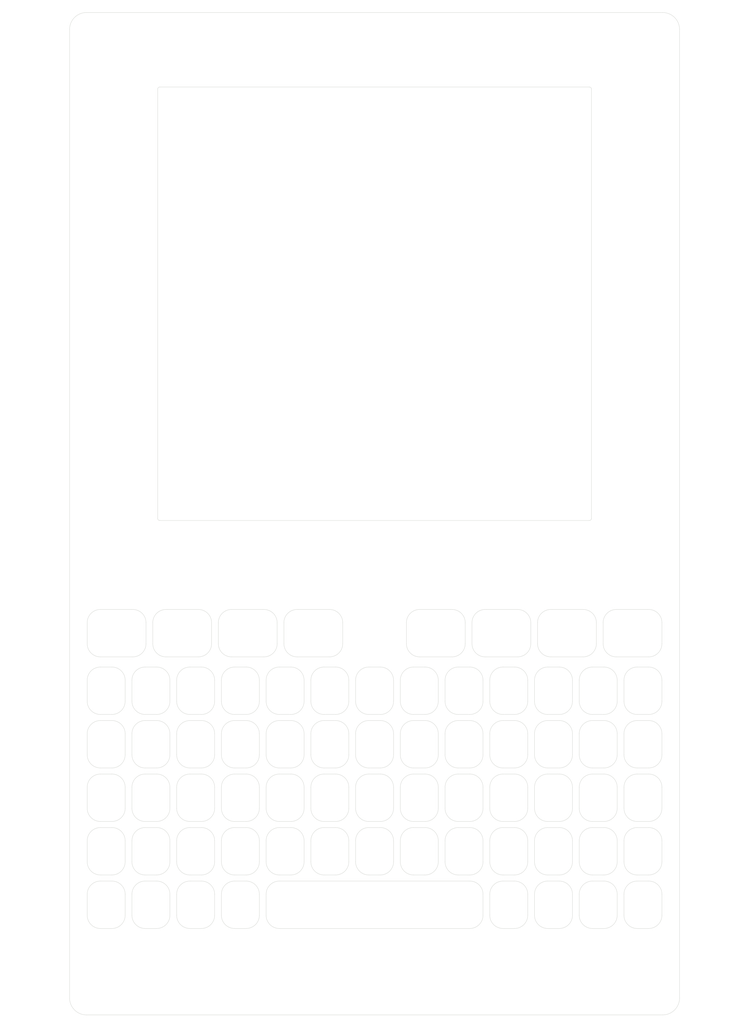
<source format=kicad_pcb>
(kicad_pcb (version 20241229) (generator "pcbnew") (generator_version "9.0")
  (title_block (title "WHY2025 Badge Frontpanel") (rev "1.0") (comment 1 "By: Jay9\nWHY2025 Team:Badge") (comment 5 "Licence: MIT"))
  (layers (0 "F.Cu" signal) (2 "B.Cu" signal) (13 "F.Paste" user) (15 "B.Paste" user) (5 "F.SilkS" user "F.Silkscreen") (7 "B.SilkS" user "B.Silkscreen") (1 "F.Mask" user) (3 "B.Mask" user) (25 "Edge.Cuts" user))
  (net 0 "")
  (footprint "MountingHole:MountingHole_2.7mm_M2.5_DIN965" (layer "F.Cu") (at 117 30)
    (property "Reference" "REF**" (hide yes))
    (property "Value" "MountingHole_2.7mm_M2.5_DIN965")
    (pad "" np_thru_hole circle (at 0 0) (size 2.7 2.7) (drill 2.7) (layers "*.Cu" "*.Mask"))
  )
  (footprint "MountingHole:MountingHole_2.7mm_M2.5_DIN965" (layer "F.Cu") (at 117 108)
    (property "Reference" "REF**" (hide yes))
    (property "Value" "MountingHole_2.7mm_M2.5_DIN965")
    (pad "" np_thru_hole circle (at 0 0) (size 2.7 2.7) (drill 2.7) (layers "*.Cu" "*.Mask"))
  )
  (footprint "MountingHole:MountingHole_2.7mm_M2.5_DIN965" (layer "F.Cu") (at 33 172)
    (property "Reference" "REF**" (hide yes))
    (property "Value" "MountingHole_2.7mm_M2.5_DIN965")
    (pad "" np_thru_hole circle (at 0 0) (size 2.7 2.7) (drill 2.7) (layers "*.Cu" "*.Mask"))
  )
  (footprint "W395HDC001-A:W395HDC001-A" (layer "F.Cu") (at 75 70)
    (property "Reference" "REF**" (hide yes))
    (property "Value" "W395HDC001-A" (hide yes))
    (fp_line (start -32 -31.7) (end -32 31.7) (stroke (width 0.05)) (layer "Edge.Cuts"))
    (fp_line (start -31.7 -32) (end 31.7 -32) (stroke (width 0.05)) (layer "Edge.Cuts"))
    (fp_line (start -31.7 32) (end 31.7 32) (stroke (width 0.05)) (layer "Edge.Cuts"))
    (fp_line (start 32 -31.7) (end 32 31.7) (stroke (width 0.05)) (layer "Edge.Cuts"))
    (fp_arc (start -32 -31.7) (mid -31.912132 -31.912132) (end -31.7 -32) (stroke (width 0.05)) (layer "Edge.Cuts"))
    (fp_arc (start -31.7 32) (mid -31.912132 31.912132) (end -32 31.7) (stroke (width 0.05)) (layer "Edge.Cuts"))
    (fp_arc (start 31.7 -32) (mid 31.912132 -31.912132) (end 32 -31.7) (stroke (width 0.05)) (layer "Edge.Cuts"))
    (fp_arc (start 32 31.7) (mid 31.912132 31.912132) (end 31.7 32) (stroke (width 0.05)) (layer "Edge.Cuts"))
  )
  (footprint "MountingHole:MountingHole_2.7mm_M2.5_DIN965" (layer "F.Cu") (at 117 172)
    (property "Reference" "REF**" (hide yes))
    (property "Value" "MountingHole_2.7mm_M2.5_DIN965")
    (pad "" np_thru_hole circle (at 0 0) (size 2.7 2.7) (drill 2.7) (layers "*.Cu" "*.Mask"))
  )
  (footprint "MountingHole:MountingHole_2.7mm_M2.5_DIN965" (layer "F.Cu") (at 33 30)
    (property "Reference" "REF**" (hide yes))
    (property "Value" "MountingHole_2.7mm_M2.5_DIN965")
    (pad "" np_thru_hole circle (at 0 0) (size 2.7 2.7) (drill 2.7) (layers "*.Cu" "*.Mask"))
  )
  (footprint "MountingHole:MountingHole_2.7mm_M2.5_DIN965" (layer "F.Cu") (at 33 108)
    (property "Reference" "REF**" (hide yes))
    (property "Value" "MountingHole_2.7mm_M2.5_DIN965")
    (pad "" np_thru_hole circle (at 0 0) (size 2.7 2.7) (drill 2.7) (layers "*.Cu" "*.Mask"))
  )
  (footprint "frontpanel:6R13C solder.party" (layer "F.Cu") (at 75 138.687278)
    (property "Reference" "REF**" (hide yes))
    (property "Value" "6R13C solder.party" (hide yes))
    (fp_line (start -42.400015 -18.5) (end -42.400015 -21.6) (stroke (width 0.05)) (layer "Edge.Cuts"))
    (fp_line (start -42.400015 -10) (end -42.400015 -13.1) (stroke (width 0.05)) (layer "Edge.Cuts"))
    (fp_line (start -42.400015 -2.1) (end -42.400015 -5.2) (stroke (width 0.05)) (layer "Edge.Cuts"))
    (fp_line (start -42.400015 5.8) (end -42.400015 2.7) (stroke (width 0.05)) (layer "Edge.Cuts"))
    (fp_line (start -42.400015 13.7) (end -42.400015 10.6) (stroke (width 0.05)) (layer "Edge.Cuts"))
    (fp_line (start -42.400015 21.6) (end -42.400015 18.5) (stroke (width 0.05)) (layer "Edge.Cuts"))
    (fp_line (start -40.450015 -23.55) (end -35.675015 -23.55) (stroke (width 0.05)) (layer "Edge.Cuts"))
    (fp_line (start -40.450015 -15.05) (end -38.750015 -15.05) (stroke (width 0.05)) (layer "Edge.Cuts"))
    (fp_line (start -40.450015 -7.15) (end -38.750015 -7.15) (stroke (width 0.05)) (layer "Edge.Cuts"))
    (fp_line (start -40.450015 0.75) (end -38.750015 0.75) (stroke (width 0.05)) (layer "Edge.Cuts"))
    (fp_line (start -40.450015 8.65) (end -38.750015 8.65) (stroke (width 0.05)) (layer "Edge.Cuts"))
    (fp_line (start -40.450015 16.55) (end -38.750015 16.55) (stroke (width 0.05)) (layer "Edge.Cuts"))
    (fp_line (start -38.750015 -8.05) (end -40.450015 -8.05) (stroke (width 0.05)) (layer "Edge.Cuts"))
    (fp_line (start -38.750015 -0.15) (end -40.450015 -0.15) (stroke (width 0.05)) (layer "Edge.Cuts"))
    (fp_line (start -38.750015 7.75) (end -40.450015 7.75) (stroke (width 0.05)) (layer "Edge.Cuts"))
    (fp_line (start -38.750015 15.65) (end -40.450015 15.65) (stroke (width 0.05)) (layer "Edge.Cuts"))
    (fp_line (start -38.750015 23.55) (end -40.450015 23.55) (stroke (width 0.05)) (layer "Edge.Cuts"))
    (fp_line (start -36.800015 -13.1) (end -36.800015 -10) (stroke (width 0.05)) (layer "Edge.Cuts"))
    (fp_line (start -36.800015 -5.2) (end -36.800015 -2.1) (stroke (width 0.05)) (layer "Edge.Cuts"))
    (fp_line (start -36.800015 2.7) (end -36.800015 5.8) (stroke (width 0.05)) (layer "Edge.Cuts"))
    (fp_line (start -36.800015 10.6) (end -36.800015 13.7) (stroke (width 0.05)) (layer "Edge.Cuts"))
    (fp_line (start -36.800015 18.5) (end -36.800015 21.6) (stroke (width 0.05)) (layer "Edge.Cuts"))
    (fp_line (start -35.800015 -10.000001) (end -35.800015 -13.100001) (stroke (width 0.05)) (layer "Edge.Cuts"))
    (fp_line (start -35.800015 -2.100001) (end -35.800015 -5.200001) (stroke (width 0.05)) (layer "Edge.Cuts"))
    (fp_line (start -35.800015 5.799999) (end -35.800015 2.699999) (stroke (width 0.05)) (layer "Edge.Cuts"))
    (fp_line (start -35.800015 13.699999) (end -35.800015 10.599999) (stroke (width 0.05)) (layer "Edge.Cuts"))
    (fp_line (start -35.800015 21.599999) (end -35.800015 18.499999) (stroke (width 0.05)) (layer "Edge.Cuts"))
    (fp_line (start -35.675015 -16.55) (end -40.450015 -16.55) (stroke (width 0.05)) (layer "Edge.Cuts"))
    (fp_line (start -33.850015 -15.050001) (end -32.150015 -15.050001) (stroke (width 0.05)) (layer "Edge.Cuts"))
    (fp_line (start -33.850015 -7.150001) (end -32.150015 -7.150001) (stroke (width 0.05)) (layer "Edge.Cuts"))
    (fp_line (start -33.850015 0.749999) (end -32.150015 0.749999) (stroke (width 0.05)) (layer "Edge.Cuts"))
    (fp_line (start -33.850015 8.649999) (end -32.150015 8.649999) (stroke (width 0.05)) (layer "Edge.Cuts"))
    (fp_line (start -33.850015 16.549999) (end -32.150015 16.549999) (stroke (width 0.05)) (layer "Edge.Cuts"))
    (fp_line (start -33.725015 -21.6) (end -33.725015 -18.5) (stroke (width 0.05)) (layer "Edge.Cuts"))
    (fp_line (start -32.725015 -18.5) (end -32.725015 -21.6) (stroke (width 0.05)) (layer "Edge.Cuts"))
    (fp_line (start -32.150015 -8.050001) (end -33.850015 -8.050001) (stroke (width 0.05)) (layer "Edge.Cuts"))
    (fp_line (start -32.150015 -0.150001) (end -33.850015 -0.150001) (stroke (width 0.05)) (layer "Edge.Cuts"))
    (fp_line (start -32.150015 7.749999) (end -33.850015 7.749999) (stroke (width 0.05)) (layer "Edge.Cuts"))
    (fp_line (start -32.150015 15.649999) (end -33.850015 15.649999) (stroke (width 0.05)) (layer "Edge.Cuts"))
    (fp_line (start -32.150015 23.549999) (end -33.850015 23.549999) (stroke (width 0.05)) (layer "Edge.Cuts"))
    (fp_line (start -30.775015 -23.55) (end -26.000015 -23.55) (stroke (width 0.05)) (layer "Edge.Cuts"))
    (fp_line (start -30.200015 -13.100001) (end -30.200015 -10.000001) (stroke (width 0.05)) (layer "Edge.Cuts"))
    (fp_line (start -30.200015 -5.200001) (end -30.200015 -2.100001) (stroke (width 0.05)) (layer "Edge.Cuts"))
    (fp_line (start -30.200015 2.699999) (end -30.200015 5.799999) (stroke (width 0.05)) (layer "Edge.Cuts"))
    (fp_line (start -30.200015 10.599999) (end -30.200015 13.699999) (stroke (width 0.05)) (layer "Edge.Cuts"))
    (fp_line (start -30.200015 18.499999) (end -30.200015 21.599999) (stroke (width 0.05)) (layer "Edge.Cuts"))
    (fp_line (start -29.200015 -10) (end -29.200015 -13.1) (stroke (width 0.05)) (layer "Edge.Cuts"))
    (fp_line (start -29.200015 -2.1) (end -29.200015 -5.2) (stroke (width 0.05)) (layer "Edge.Cuts"))
    (fp_line (start -29.200015 5.8) (end -29.200015 2.7) (stroke (width 0.05)) (layer "Edge.Cuts"))
    (fp_line (start -29.200015 13.7) (end -29.200015 10.6) (stroke (width 0.05)) (layer "Edge.Cuts"))
    (fp_line (start -29.200015 21.6) (end -29.200015 18.5) (stroke (width 0.05)) (layer "Edge.Cuts"))
    (fp_line (start -27.250015 -15.05) (end -25.550015 -15.05) (stroke (width 0.05)) (layer "Edge.Cuts"))
    (fp_line (start -27.250015 -7.15) (end -25.550015 -7.15) (stroke (width 0.05)) (layer "Edge.Cuts"))
    (fp_line (start -27.250015 0.75) (end -25.550015 0.75) (stroke (width 0.05)) (layer "Edge.Cuts"))
    (fp_line (start -27.250015 8.65) (end -25.550015 8.65) (stroke (width 0.05)) (layer "Edge.Cuts"))
    (fp_line (start -27.250015 16.55) (end -25.550015 16.55) (stroke (width 0.05)) (layer "Edge.Cuts"))
    (fp_line (start -26.000015 -16.55) (end -30.775015 -16.55) (stroke (width 0.05)) (layer "Edge.Cuts"))
    (fp_line (start -25.550015 -8.05) (end -27.250015 -8.05) (stroke (width 0.05)) (layer "Edge.Cuts"))
    (fp_line (start -25.550015 -0.15) (end -27.250015 -0.15) (stroke (width 0.05)) (layer "Edge.Cuts"))
    (fp_line (start -25.550015 7.75) (end -27.250015 7.75) (stroke (width 0.05)) (layer "Edge.Cuts"))
    (fp_line (start -25.550015 15.65) (end -27.250015 15.65) (stroke (width 0.05)) (layer "Edge.Cuts"))
    (fp_line (start -25.550015 23.55) (end -27.250015 23.55) (stroke (width 0.05)) (layer "Edge.Cuts"))
    (fp_line (start -24.050015 -21.6) (end -24.050015 -18.5) (stroke (width 0.05)) (layer "Edge.Cuts"))
    (fp_line (start -23.600015 -13.1) (end -23.600015 -10) (stroke (width 0.05)) (layer "Edge.Cuts"))
    (fp_line (start -23.600015 -5.2) (end -23.600015 -2.1) (stroke (width 0.05)) (layer "Edge.Cuts"))
    (fp_line (start -23.600015 2.7) (end -23.600015 5.8) (stroke (width 0.05)) (layer "Edge.Cuts"))
    (fp_line (start -23.600015 10.6) (end -23.600015 13.7) (stroke (width 0.05)) (layer "Edge.Cuts"))
    (fp_line (start -23.600015 18.5) (end -23.600015 21.6) (stroke (width 0.05)) (layer "Edge.Cuts"))
    (fp_line (start -23.050015 -18.5) (end -23.050015 -21.6) (stroke (width 0.05)) (layer "Edge.Cuts"))
    (fp_line (start -22.600015 -10.000001) (end -22.600015 -13.100001) (stroke (width 0.05)) (layer "Edge.Cuts"))
    (fp_line (start -22.600015 -2.100001) (end -22.600015 -5.200001) (stroke (width 0.05)) (layer "Edge.Cuts"))
    (fp_line (start -22.600015 5.799999) (end -22.600015 2.699999) (stroke (width 0.05)) (layer "Edge.Cuts"))
    (fp_line (start -22.600015 13.699999) (end -22.600015 10.599999) (stroke (width 0.05)) (layer "Edge.Cuts"))
    (fp_line (start -22.600015 21.599999) (end -22.600015 18.499999) (stroke (width 0.05)) (layer "Edge.Cuts"))
    (fp_line (start -21.100015 -23.55) (end -16.325015 -23.55) (stroke (width 0.05)) (layer "Edge.Cuts"))
    (fp_line (start -20.650015 -15.050001) (end -18.950015 -15.050001) (stroke (width 0.05)) (layer "Edge.Cuts"))
    (fp_line (start -20.650015 -7.150001) (end -18.950015 -7.150001) (stroke (width 0.05)) (layer "Edge.Cuts"))
    (fp_line (start -20.650015 0.749999) (end -18.950015 0.749999) (stroke (width 0.05)) (layer "Edge.Cuts"))
    (fp_line (start -20.650015 8.649999) (end -18.950015 8.649999) (stroke (width 0.05)) (layer "Edge.Cuts"))
    (fp_line (start -20.650015 16.549999) (end -18.950015 16.549999) (stroke (width 0.05)) (layer "Edge.Cuts"))
    (fp_line (start -18.950015 -8.050001) (end -20.650015 -8.050001) (stroke (width 0.05)) (layer "Edge.Cuts"))
    (fp_line (start -18.950015 -0.150001) (end -20.650015 -0.150001) (stroke (width 0.05)) (layer "Edge.Cuts"))
    (fp_line (start -18.950015 7.749999) (end -20.650015 7.749999) (stroke (width 0.05)) (layer "Edge.Cuts"))
    (fp_line (start -18.950015 15.649999) (end -20.650015 15.649999) (stroke (width 0.05)) (layer "Edge.Cuts"))
    (fp_line (start -18.950015 23.549999) (end -20.650015 23.549999) (stroke (width 0.05)) (layer "Edge.Cuts"))
    (fp_line (start -17.000015 -13.100001) (end -17.000015 -10.000001) (stroke (width 0.05)) (layer "Edge.Cuts"))
    (fp_line (start -17.000015 -5.200001) (end -17.000015 -2.100001) (stroke (width 0.05)) (layer "Edge.Cuts"))
    (fp_line (start -17.000015 2.699999) (end -17.000015 5.799999) (stroke (width 0.05)) (layer "Edge.Cuts"))
    (fp_line (start -17.000015 10.599999) (end -17.000015 13.699999) (stroke (width 0.05)) (layer "Edge.Cuts"))
    (fp_line (start -17.000015 18.499999) (end -17.000015 21.599999) (stroke (width 0.05)) (layer "Edge.Cuts"))
    (fp_line (start -16.325015 -16.55) (end -21.100015 -16.55) (stroke (width 0.05)) (layer "Edge.Cuts"))
    (fp_line (start -16.000015 -10) (end -16.000015 -13.1) (stroke (width 0.05)) (layer "Edge.Cuts"))
    (fp_line (start -16.000015 -2.1) (end -16.000015 -5.2) (stroke (width 0.05)) (layer "Edge.Cuts"))
    (fp_line (start -16.000015 5.8) (end -16.000015 2.7) (stroke (width 0.05)) (layer "Edge.Cuts"))
    (fp_line (start -16.000015 13.7) (end -16.000015 10.6) (stroke (width 0.05)) (layer "Edge.Cuts"))
    (fp_line (start -16.000015 21.6) (end -16.000015 18.5) (stroke (width 0.05)) (layer "Edge.Cuts"))
    (fp_line (start -14.375015 -21.6) (end -14.375015 -18.5) (stroke (width 0.05)) (layer "Edge.Cuts"))
    (fp_line (start -14.050015 -15.05) (end -12.350015 -15.05) (stroke (width 0.05)) (layer "Edge.Cuts"))
    (fp_line (start -14.050015 -7.15) (end -12.350015 -7.15) (stroke (width 0.05)) (layer "Edge.Cuts"))
    (fp_line (start -14.050015 0.75) (end -12.350015 0.75) (stroke (width 0.05)) (layer "Edge.Cuts"))
    (fp_line (start -14.050015 8.65) (end -12.350015 8.65) (stroke (width 0.05)) (layer "Edge.Cuts"))
    (fp_line (start -14.050015 16.55) (end 14.049985 16.55) (stroke (width 0.05)) (layer "Edge.Cuts"))
    (fp_line (start -13.375015 -18.5) (end -13.375015 -21.6) (stroke (width 0.05)) (layer "Edge.Cuts"))
    (fp_line (start -12.350015 -8.05) (end -14.050015 -8.05) (stroke (width 0.05)) (layer "Edge.Cuts"))
    (fp_line (start -12.350015 -0.15) (end -14.050015 -0.15) (stroke (width 0.05)) (layer "Edge.Cuts"))
    (fp_line (start -12.350015 7.75) (end -14.050015 7.75) (stroke (width 0.05)) (layer "Edge.Cuts"))
    (fp_line (start -12.350015 15.65) (end -14.050015 15.65) (stroke (width 0.05)) (layer "Edge.Cuts"))
    (fp_line (start -11.425015 -23.55) (end -6.650015 -23.55) (stroke (width 0.05)) (layer "Edge.Cuts"))
    (fp_line (start -10.400015 -13.1) (end -10.400015 -10) (stroke (width 0.05)) (layer "Edge.Cuts"))
    (fp_line (start -10.400015 -5.2) (end -10.400015 -2.1) (stroke (width 0.05)) (layer "Edge.Cuts"))
    (fp_line (start -10.400015 2.7) (end -10.400015 5.8) (stroke (width 0.05)) (layer "Edge.Cuts"))
    (fp_line (start -10.400015 10.6) (end -10.400015 13.7) (stroke (width 0.05)) (layer "Edge.Cuts"))
    (fp_line (start -9.400015 -10.000001) (end -9.400015 -13.100001) (stroke (width 0.05)) (layer "Edge.Cuts"))
    (fp_line (start -9.400015 -2.100001) (end -9.400015 -5.200001) (stroke (width 0.05)) (layer "Edge.Cuts"))
    (fp_line (start -9.400015 5.799999) (end -9.400015 2.699999) (stroke (width 0.05)) (layer "Edge.Cuts"))
    (fp_line (start -9.400015 13.699999) (end -9.400015 10.599999) (stroke (width 0.05)) (layer "Edge.Cuts"))
    (fp_line (start -7.450015 -15.050001) (end -5.750015 -15.050001) (stroke (width 0.05)) (layer "Edge.Cuts"))
    (fp_line (start -7.450015 -7.150001) (end -5.750015 -7.150001) (stroke (width 0.05)) (layer "Edge.Cuts"))
    (fp_line (start -7.450015 0.749999) (end -5.750015 0.749999) (stroke (width 0.05)) (layer "Edge.Cuts"))
    (fp_line (start -7.450015 8.649999) (end -5.750015 8.649999) (stroke (width 0.05)) (layer "Edge.Cuts"))
    (fp_line (start -6.650015 -16.55) (end -11.425015 -16.55) (stroke (width 0.05)) (layer "Edge.Cuts"))
    (fp_line (start -5.750015 -8.050001) (end -7.450015 -8.050001) (stroke (width 0.05)) (layer "Edge.Cuts"))
    (fp_line (start -5.750015 -0.150001) (end -7.450015 -0.150001) (stroke (width 0.05)) (layer "Edge.Cuts"))
    (fp_line (start -5.750015 7.749999) (end -7.450015 7.749999) (stroke (width 0.05)) (layer "Edge.Cuts"))
    (fp_line (start -5.750015 15.649999) (end -7.450015 15.649999) (stroke (width 0.05)) (layer "Edge.Cuts"))
    (fp_line (start -4.700015 -21.6) (end -4.700015 -18.5) (stroke (width 0.05)) (layer "Edge.Cuts"))
    (fp_line (start -3.800015 -13.100001) (end -3.800015 -10.000001) (stroke (width 0.05)) (layer "Edge.Cuts"))
    (fp_line (start -3.800015 -5.200001) (end -3.800015 -2.100001) (stroke (width 0.05)) (layer "Edge.Cuts"))
    (fp_line (start -3.800015 2.699999) (end -3.800015 5.799999) (stroke (width 0.05)) (layer "Edge.Cuts"))
    (fp_line (start -3.800015 10.599999) (end -3.800015 13.699999) (stroke (width 0.05)) (layer "Edge.Cuts"))
    (fp_line (start -2.800015 -10) (end -2.800015 -13.1) (stroke (width 0.05)) (layer "Edge.Cuts"))
    (fp_line (start -2.800015 -2.1) (end -2.800015 -5.2) (stroke (width 0.05)) (layer "Edge.Cuts"))
    (fp_line (start -2.800015 5.8) (end -2.800015 2.7) (stroke (width 0.05)) (layer "Edge.Cuts"))
    (fp_line (start -2.800015 13.7) (end -2.800015 10.6) (stroke (width 0.05)) (layer "Edge.Cuts"))
    (fp_line (start -0.850015 -15.05) (end 0.849985 -15.05) (stroke (width 0.05)) (layer "Edge.Cuts"))
    (fp_line (start -0.850015 -7.15) (end 0.849985 -7.15) (stroke (width 0.05)) (layer "Edge.Cuts"))
    (fp_line (start -0.850015 0.75) (end 0.849985 0.75) (stroke (width 0.05)) (layer "Edge.Cuts"))
    (fp_line (start -0.850015 8.65) (end 0.849985 8.65) (stroke (width 0.05)) (layer "Edge.Cuts"))
    (fp_line (start 0.849985 -8.05) (end -0.850015 -8.05) (stroke (width 0.05)) (layer "Edge.Cuts"))
    (fp_line (start 0.849985 -0.15) (end -0.850015 -0.15) (stroke (width 0.05)) (layer "Edge.Cuts"))
    (fp_line (start 0.849985 7.75) (end -0.850015 7.75) (stroke (width 0.05)) (layer "Edge.Cuts"))
    (fp_line (start 0.849985 15.65) (end -0.850015 15.65) (stroke (width 0.05)) (layer "Edge.Cuts"))
    (fp_line (start 2.799985 -13.1) (end 2.799985 -10) (stroke (width 0.05)) (layer "Edge.Cuts"))
    (fp_line (start 2.799985 -5.2) (end 2.799985 -2.1) (stroke (width 0.05)) (layer "Edge.Cuts"))
    (fp_line (start 2.799985 2.7) (end 2.799985 5.8) (stroke (width 0.05)) (layer "Edge.Cuts"))
    (fp_line (start 2.799985 10.6) (end 2.799985 13.7) (stroke (width 0.05)) (layer "Edge.Cuts"))
    (fp_line (start 3.799985 -10.000001) (end 3.799985 -13.100001) (stroke (width 0.05)) (layer "Edge.Cuts"))
    (fp_line (start 3.799985 -2.100001) (end 3.799985 -5.200001) (stroke (width 0.05)) (layer "Edge.Cuts"))
    (fp_line (start 3.799985 5.799999) (end 3.799985 2.699999) (stroke (width 0.05)) (layer "Edge.Cuts"))
    (fp_line (start 3.799985 13.699999) (end 3.799985 10.599999) (stroke (width 0.05)) (layer "Edge.Cuts"))
    (fp_line (start 4.700016 -18.500001) (end 4.700016 -21.600001) (stroke (width 0.05)) (layer "Edge.Cuts"))
    (fp_line (start 5.749985 -15.050001) (end 7.449985 -15.050001) (stroke (width 0.05)) (layer "Edge.Cuts"))
    (fp_line (start 5.749985 -7.150001) (end 7.449985 -7.150001) (stroke (width 0.05)) (layer "Edge.Cuts"))
    (fp_line (start 5.749985 0.749999) (end 7.449985 0.749999) (stroke (width 0.05)) (layer "Edge.Cuts"))
    (fp_line (start 5.749985 8.649999) (end 7.449985 8.649999) (stroke (width 0.05)) (layer "Edge.Cuts"))
    (fp_line (start 6.650016 -23.550001) (end 11.425016 -23.550001) (stroke (width 0.05)) (layer "Edge.Cuts"))
    (fp_line (start 7.449985 -8.050001) (end 5.749985 -8.050001) (stroke (width 0.05)) (layer "Edge.Cuts"))
    (fp_line (start 7.449985 -0.150001) (end 5.749985 -0.150001) (stroke (width 0.05)) (layer "Edge.Cuts"))
    (fp_line (start 7.449985 7.749999) (end 5.749985 7.749999) (stroke (width 0.05)) (layer "Edge.Cuts"))
    (fp_line (start 7.449985 15.649999) (end 5.749985 15.649999) (stroke (width 0.05)) (layer "Edge.Cuts"))
    (fp_line (start 9.399985 -13.100001) (end 9.399985 -10.000001) (stroke (width 0.05)) (layer "Edge.Cuts"))
    (fp_line (start 9.399985 -5.200001) (end 9.399985 -2.100001) (stroke (width 0.05)) (layer "Edge.Cuts"))
    (fp_line (start 9.399985 2.699999) (end 9.399985 5.799999) (stroke (width 0.05)) (layer "Edge.Cuts"))
    (fp_line (start 9.399985 10.599999) (end 9.399985 13.699999) (stroke (width 0.05)) (layer "Edge.Cuts"))
    (fp_line (start 10.399985 -10) (end 10.399985 -13.1) (stroke (width 0.05)) (layer "Edge.Cuts"))
    (fp_line (start 10.399985 -2.1) (end 10.399985 -5.2) (stroke (width 0.05)) (layer "Edge.Cuts"))
    (fp_line (start 10.399985 5.8) (end 10.399985 2.7) (stroke (width 0.05)) (layer "Edge.Cuts"))
    (fp_line (start 10.399985 13.7) (end 10.399985 10.6) (stroke (width 0.05)) (layer "Edge.Cuts"))
    (fp_line (start 11.425016 -16.550001) (end 6.650016 -16.550001) (stroke (width 0.05)) (layer "Edge.Cuts"))
    (fp_line (start 12.349985 -15.05) (end 14.049985 -15.05) (stroke (width 0.05)) (layer "Edge.Cuts"))
    (fp_line (start 12.349985 -7.15) (end 14.049985 -7.15) (stroke (width 0.05)) (layer "Edge.Cuts"))
    (fp_line (start 12.349985 0.75) (end 14.049985 0.75) (stroke (width 0.05)) (layer "Edge.Cuts"))
    (fp_line (start 12.349985 8.65) (end 14.049985 8.65) (stroke (width 0.05)) (layer "Edge.Cuts"))
    (fp_line (start 13.375016 -21.600001) (end 13.375016 -18.500001) (stroke (width 0.05)) (layer "Edge.Cuts"))
    (fp_line (start 14.049985 -8.05) (end 12.349985 -8.05) (stroke (width 0.05)) (layer "Edge.Cuts"))
    (fp_line (start 14.049985 -0.15) (end 12.349985 -0.15) (stroke (width 0.05)) (layer "Edge.Cuts"))
    (fp_line (start 14.049985 7.75) (end 12.349985 7.75) (stroke (width 0.05)) (layer "Edge.Cuts"))
    (fp_line (start 14.049985 15.65) (end 12.349985 15.65) (stroke (width 0.05)) (layer "Edge.Cuts"))
    (fp_line (start 14.049985 23.55) (end -14.050015 23.55) (stroke (width 0.05)) (layer "Edge.Cuts"))
    (fp_line (start 14.375016 -18.500001) (end 14.375016 -21.600001) (stroke (width 0.05)) (layer "Edge.Cuts"))
    (fp_line (start 15.999985 -13.1) (end 15.999985 -10) (stroke (width 0.05)) (layer "Edge.Cuts"))
    (fp_line (start 15.999985 -5.2) (end 15.999985 -2.1) (stroke (width 0.05)) (layer "Edge.Cuts"))
    (fp_line (start 15.999985 2.7) (end 15.999985 5.8) (stroke (width 0.05)) (layer "Edge.Cuts"))
    (fp_line (start 15.999985 10.6) (end 15.999985 13.7) (stroke (width 0.05)) (layer "Edge.Cuts"))
    (fp_line (start 15.999985 18.5) (end 15.999985 21.6) (stroke (width 0.05)) (layer "Edge.Cuts"))
    (fp_line (start 16.325016 -23.550001) (end 21.100016 -23.550001) (stroke (width 0.05)) (layer "Edge.Cuts"))
    (fp_line (start 16.999985 -9.999999) (end 16.999985 -13.099999) (stroke (width 0.05)) (layer "Edge.Cuts"))
    (fp_line (start 16.999985 -2.099999) (end 16.999985 -5.199999) (stroke (width 0.05)) (layer "Edge.Cuts"))
    (fp_line (start 16.999985 5.800001) (end 16.999985 2.700001) (stroke (width 0.05)) (layer "Edge.Cuts"))
    (fp_line (start 16.999985 13.700001) (end 16.999985 10.600001) (stroke (width 0.05)) (layer "Edge.Cuts"))
    (fp_line (start 16.999985 21.600001) (end 16.999985 18.500001) (stroke (width 0.05)) (layer "Edge.Cuts"))
    (fp_line (start 18.949985 -15.049999) (end 20.649985 -15.049999) (stroke (width 0.05)) (layer "Edge.Cuts"))
    (fp_line (start 18.949985 -7.149999) (end 20.649985 -7.149999) (stroke (width 0.05)) (layer "Edge.Cuts"))
    (fp_line (start 18.949985 0.750001) (end 20.649985 0.750001) (stroke (width 0.05)) (layer "Edge.Cuts"))
    (fp_line (start 18.949985 8.650001) (end 20.649985 8.650001) (stroke (width 0.05)) (layer "Edge.Cuts"))
    (fp_line (start 18.949985 16.550001) (end 20.649985 16.550001) (stroke (width 0.05)) (layer "Edge.Cuts"))
    (fp_line (start 20.649985 -8.049999) (end 18.949985 -8.049999) (stroke (width 0.05)) (layer "Edge.Cuts"))
    (fp_line (start 20.649985 -0.149999) (end 18.949985 -0.149999) (stroke (width 0.05)) (layer "Edge.Cuts"))
    (fp_line (start 20.649985 7.750001) (end 18.949985 7.750001) (stroke (width 0.05)) (layer "Edge.Cuts"))
    (fp_line (start 20.649985 15.650001) (end 18.949985 15.650001) (stroke (width 0.05)) (layer "Edge.Cuts"))
    (fp_line (start 20.649985 23.550001) (end 18.949985 23.550001) (stroke (width 0.05)) (layer "Edge.Cuts"))
    (fp_line (start 21.100016 -16.550001) (end 16.325016 -16.550001) (stroke (width 0.05)) (layer "Edge.Cuts"))
    (fp_line (start 22.599985 -13.099999) (end 22.599985 -9.999999) (stroke (width 0.05)) (layer "Edge.Cuts"))
    (fp_line (start 22.599985 -5.199999) (end 22.599985 -2.099999) (stroke (width 0.05)) (layer "Edge.Cuts"))
    (fp_line (start 22.599985 2.700001) (end 22.599985 5.800001) (stroke (width 0.05)) (layer "Edge.Cuts"))
    (fp_line (start 22.599985 10.600001) (end 22.599985 13.700001) (stroke (width 0.05)) (layer "Edge.Cuts"))
    (fp_line (start 22.599985 18.500001) (end 22.599985 21.600001) (stroke (width 0.05)) (layer "Edge.Cuts"))
    (fp_line (start 23.050016 -21.600001) (end 23.050016 -18.500001) (stroke (width 0.05)) (layer "Edge.Cuts"))
    (fp_line (start 23.599985 -10) (end 23.599985 -13.1) (stroke (width 0.05)) (layer "Edge.Cuts"))
    (fp_line (start 23.599985 -2.1) (end 23.599985 -5.2) (stroke (width 0.05)) (layer "Edge.Cuts"))
    (fp_line (start 23.599985 5.8) (end 23.599985 2.7) (stroke (width 0.05)) (layer "Edge.Cuts"))
    (fp_line (start 23.599985 13.7) (end 23.599985 10.6) (stroke (width 0.05)) (layer "Edge.Cuts"))
    (fp_line (start 23.599985 21.6) (end 23.599985 18.5) (stroke (width 0.05)) (layer "Edge.Cuts"))
    (fp_line (start 24.050016 -18.500001) (end 24.050016 -21.600001) (stroke (width 0.05)) (layer "Edge.Cuts"))
    (fp_line (start 25.549985 -15.05) (end 27.249985 -15.05) (stroke (width 0.05)) (layer "Edge.Cuts"))
    (fp_line (start 25.549985 -7.15) (end 27.249985 -7.15) (stroke (width 0.05)) (layer "Edge.Cuts"))
    (fp_line (start 25.549985 0.75) (end 27.249985 0.75) (stroke (width 0.05)) (layer "Edge.Cuts"))
    (fp_line (start 25.549985 8.65) (end 27.249985 8.65) (stroke (width 0.05)) (layer "Edge.Cuts"))
    (fp_line (start 25.549985 16.55) (end 27.249985 16.55) (stroke (width 0.05)) (layer "Edge.Cuts"))
    (fp_line (start 26.000016 -23.550001) (end 30.775016 -23.550001) (stroke (width 0.05)) (layer "Edge.Cuts"))
    (fp_line (start 27.249985 -8.05) (end 25.549985 -8.05) (stroke (width 0.05)) (layer "Edge.Cuts"))
    (fp_line (start 27.249985 -0.15) (end 25.549985 -0.15) (stroke (width 0.05)) (layer "Edge.Cuts"))
    (fp_line (start 27.249985 7.75) (end 25.549985 7.75) (stroke (width 0.05)) (layer "Edge.Cuts"))
    (fp_line (start 27.249985 15.65) (end 25.549985 15.65) (stroke (width 0.05)) (layer "Edge.Cuts"))
    (fp_line (start 27.249985 23.55) (end 25.549985 23.55) (stroke (width 0.05)) (layer "Edge.Cuts"))
    (fp_line (start 29.199985 -13.1) (end 29.199985 -10) (stroke (width 0.05)) (layer "Edge.Cuts"))
    (fp_line (start 29.199985 -5.2) (end 29.199985 -2.1) (stroke (width 0.05)) (layer "Edge.Cuts"))
    (fp_line (start 29.199985 2.7) (end 29.199985 5.8) (stroke (width 0.05)) (layer "Edge.Cuts"))
    (fp_line (start 29.199985 10.6) (end 29.199985 13.7) (stroke (width 0.05)) (layer "Edge.Cuts"))
    (fp_line (start 29.199985 18.5) (end 29.199985 21.6) (stroke (width 0.05)) (layer "Edge.Cuts"))
    (fp_line (start 30.199985 -9.999999) (end 30.199985 -13.099999) (stroke (width 0.05)) (layer "Edge.Cuts"))
    (fp_line (start 30.199985 -2.099999) (end 30.199985 -5.199999) (stroke (width 0.05)) (layer "Edge.Cuts"))
    (fp_line (start 30.199985 5.800001) (end 30.199985 2.700001) (stroke (width 0.05)) (layer "Edge.Cuts"))
    (fp_line (start 30.199985 13.700001) (end 30.199985 10.600001) (stroke (width 0.05)) (layer "Edge.Cuts"))
    (fp_line (start 30.199985 21.600001) (end 30.199985 18.500001) (stroke (width 0.05)) (layer "Edge.Cuts"))
    (fp_line (start 30.775016 -16.550001) (end 26.000016 -16.550001) (stroke (width 0.05)) (layer "Edge.Cuts"))
    (fp_line (start 32.149985 -15.049999) (end 33.849985 -15.049999) (stroke (width 0.05)) (layer "Edge.Cuts"))
    (fp_line (start 32.149985 -7.149999) (end 33.849985 -7.149999) (stroke (width 0.05)) (layer "Edge.Cuts"))
    (fp_line (start 32.149985 0.750001) (end 33.849985 0.750001) (stroke (width 0.05)) (layer "Edge.Cuts"))
    (fp_line (start 32.149985 8.650001) (end 33.849985 8.650001) (stroke (width 0.05)) (layer "Edge.Cuts"))
    (fp_line (start 32.149985 16.550001) (end 33.849985 16.550001) (stroke (width 0.05)) (layer "Edge.Cuts"))
    (fp_line (start 32.725016 -21.600001) (end 32.725016 -18.500001) (stroke (width 0.05)) (layer "Edge.Cuts"))
    (fp_line (start 33.725016 -18.500001) (end 33.725016 -21.600001) (stroke (width 0.05)) (layer "Edge.Cuts"))
    (fp_line (start 33.849985 -8.049999) (end 32.149985 -8.049999) (stroke (width 0.05)) (layer "Edge.Cuts"))
    (fp_line (start 33.849985 -0.149999) (end 32.149985 -0.149999) (stroke (width 0.05)) (layer "Edge.Cuts"))
    (fp_line (start 33.849985 7.750001) (end 32.149985 7.750001) (stroke (width 0.05)) (layer "Edge.Cuts"))
    (fp_line (start 33.849985 15.650001) (end 32.149985 15.650001) (stroke (width 0.05)) (layer "Edge.Cuts"))
    (fp_line (start 33.849985 23.550001) (end 32.149985 23.550001) (stroke (width 0.05)) (layer "Edge.Cuts"))
    (fp_line (start 35.675016 -23.550001) (end 40.450016 -23.550001) (stroke (width 0.05)) (layer "Edge.Cuts"))
    (fp_line (start 35.799985 -13.099999) (end 35.799985 -9.999999) (stroke (width 0.05)) (layer "Edge.Cuts"))
    (fp_line (start 35.799985 -5.199999) (end 35.799985 -2.099999) (stroke (width 0.05)) (layer "Edge.Cuts"))
    (fp_line (start 35.799985 2.700001) (end 35.799985 5.800001) (stroke (width 0.05)) (layer "Edge.Cuts"))
    (fp_line (start 35.799985 10.600001) (end 35.799985 13.700001) (stroke (width 0.05)) (layer "Edge.Cuts"))
    (fp_line (start 35.799985 18.500001) (end 35.799985 21.600001) (stroke (width 0.05)) (layer "Edge.Cuts"))
    (fp_line (start 36.799985 -10) (end 36.799985 -13.1) (stroke (width 0.05)) (layer "Edge.Cuts"))
    (fp_line (start 36.799985 -2.1) (end 36.799985 -5.2) (stroke (width 0.05)) (layer "Edge.Cuts"))
    (fp_line (start 36.799985 5.8) (end 36.799985 2.7) (stroke (width 0.05)) (layer "Edge.Cuts"))
    (fp_line (start 36.799985 13.7) (end 36.799985 10.6) (stroke (width 0.05)) (layer "Edge.Cuts"))
    (fp_line (start 36.799985 21.6) (end 36.799985 18.5) (stroke (width 0.05)) (layer "Edge.Cuts"))
    (fp_line (start 38.749985 -15.05) (end 40.449985 -15.05) (stroke (width 0.05)) (layer "Edge.Cuts"))
    (fp_line (start 38.749985 -7.15) (end 40.449985 -7.15) (stroke (width 0.05)) (layer "Edge.Cuts"))
    (fp_line (start 38.749985 0.75) (end 40.449985 0.75) (stroke (width 0.05)) (layer "Edge.Cuts"))
    (fp_line (start 38.749985 8.65) (end 40.449985 8.65) (stroke (width 0.05)) (layer "Edge.Cuts"))
    (fp_line (start 38.749985 16.55) (end 40.449985 16.55) (stroke (width 0.05)) (layer "Edge.Cuts"))
    (fp_line (start 40.449985 -8.05) (end 38.749985 -8.05) (stroke (width 0.05)) (layer "Edge.Cuts"))
    (fp_line (start 40.449985 -0.15) (end 38.749985 -0.15) (stroke (width 0.05)) (layer "Edge.Cuts"))
    (fp_line (start 40.449985 7.75) (end 38.749985 7.75) (stroke (width 0.05)) (layer "Edge.Cuts"))
    (fp_line (start 40.449985 15.65) (end 38.749985 15.65) (stroke (width 0.05)) (layer "Edge.Cuts"))
    (fp_line (start 40.449985 23.55) (end 38.749985 23.55) (stroke (width 0.05)) (layer "Edge.Cuts"))
    (fp_line (start 40.450016 -16.550001) (end 35.675016 -16.550001) (stroke (width 0.05)) (layer "Edge.Cuts"))
    (fp_line (start 42.399985 -13.1) (end 42.399985 -10) (stroke (width 0.05)) (layer "Edge.Cuts"))
    (fp_line (start 42.399985 -5.2) (end 42.399985 -2.1) (stroke (width 0.05)) (layer "Edge.Cuts"))
    (fp_line (start 42.399985 2.7) (end 42.399985 5.8) (stroke (width 0.05)) (layer "Edge.Cuts"))
    (fp_line (start 42.399985 10.6) (end 42.399985 13.7) (stroke (width 0.05)) (layer "Edge.Cuts"))
    (fp_line (start 42.399985 18.5) (end 42.399985 21.6) (stroke (width 0.05)) (layer "Edge.Cuts"))
    (fp_line (start 42.400016 -21.600001) (end 42.400016 -18.500001) (stroke (width 0.05)) (layer "Edge.Cuts"))
    (fp_arc (start -42.400015 -21.6) (mid -41.828873 -22.978858) (end -40.450015 -23.55) (stroke (width 0.05)) (layer "Edge.Cuts"))
    (fp_arc (start -42.400015 -13.1) (mid -41.828873 -14.478858) (end -40.450015 -15.05) (stroke (width 0.05)) (layer "Edge.Cuts"))
    (fp_arc (start -42.400015 -5.2) (mid -41.828873 -6.578858) (end -40.450015 -7.15) (stroke (width 0.05)) (layer "Edge.Cuts"))
    (fp_arc (start -42.400015 2.7) (mid -41.828873 1.321142) (end -40.450015 0.75) (stroke (width 0.05)) (layer "Edge.Cuts"))
    (fp_arc (start -42.400015 10.6) (mid -41.828873 9.221142) (end -40.450015 8.65) (stroke (width 0.05)) (layer "Edge.Cuts"))
    (fp_arc (start -42.400015 18.5) (mid -41.828873 17.121142) (end -40.450015 16.55) (stroke (width 0.05)) (layer "Edge.Cuts"))
    (fp_arc (start -40.450015 -16.55) (mid -41.828873 -17.121142) (end -42.400015 -18.5) (stroke (width 0.05)) (layer "Edge.Cuts"))
    (fp_arc (start -40.450015 -8.05) (mid -41.828873 -8.621142) (end -42.400015 -10) (stroke (width 0.05)) (layer "Edge.Cuts"))
    (fp_arc (start -40.450015 -0.15) (mid -41.828873 -0.721142) (end -42.400015 -2.1) (stroke (width 0.05)) (layer "Edge.Cuts"))
    (fp_arc (start -40.450015 7.75) (mid -41.828873 7.178858) (end -42.400015 5.8) (stroke (width 0.05)) (layer "Edge.Cuts"))
    (fp_arc (start -40.450015 15.65) (mid -41.828873 15.078858) (end -42.400015 13.7) (stroke (width 0.05)) (layer "Edge.Cuts"))
    (fp_arc (start -40.450015 23.55) (mid -41.828873 22.978858) (end -42.400015 21.6) (stroke (width 0.05)) (layer "Edge.Cuts"))
    (fp_arc (start -38.750015 -15.05) (mid -37.371157 -14.478858) (end -36.800015 -13.1) (stroke (width 0.05)) (layer "Edge.Cuts"))
    (fp_arc (start -38.750015 -7.15) (mid -37.371157 -6.578858) (end -36.800015 -5.2) (stroke (width 0.05)) (layer "Edge.Cuts"))
    (fp_arc (start -38.750015 0.75) (mid -37.371157 1.321142) (end -36.800015 2.7) (stroke (width 0.05)) (layer "Edge.Cuts"))
    (fp_arc (start -38.750015 8.65) (mid -37.371157 9.221142) (end -36.800015 10.6) (stroke (width 0.05)) (layer "Edge.Cuts"))
    (fp_arc (start -38.750015 16.55) (mid -37.371157 17.121142) (end -36.800015 18.5) (stroke (width 0.05)) (layer "Edge.Cuts"))
    (fp_arc (start -36.800015 -10) (mid -37.371157 -8.621142) (end -38.750015 -8.05) (stroke (width 0.05)) (layer "Edge.Cuts"))
    (fp_arc (start -36.800015 -2.1) (mid -37.371157 -0.721142) (end -38.750015 -0.15) (stroke (width 0.05)) (layer "Edge.Cuts"))
    (fp_arc (start -36.800015 5.8) (mid -37.371157 7.178858) (end -38.750015 7.75) (stroke (width 0.05)) (layer "Edge.Cuts"))
    (fp_arc (start -36.800015 13.7) (mid -37.371157 15.078858) (end -38.750015 15.65) (stroke (width 0.05)) (layer "Edge.Cuts"))
    (fp_arc (start -36.800015 21.6) (mid -37.371157 22.978858) (end -38.750015 23.55) (stroke (width 0.05)) (layer "Edge.Cuts"))
    (fp_arc (start -35.800015 -13.100001) (mid -35.228873 -14.478859) (end -33.850015 -15.050001) (stroke (width 0.05)) (layer "Edge.Cuts"))
    (fp_arc (start -35.800015 -5.200001) (mid -35.228873 -6.578859) (end -33.850015 -7.150001) (stroke (width 0.05)) (layer "Edge.Cuts"))
    (fp_arc (start -35.800015 2.699999) (mid -35.228873 1.321141) (end -33.850015 0.749999) (stroke (width 0.05)) (layer "Edge.Cuts"))
    (fp_arc (start -35.800015 10.599999) (mid -35.228873 9.221141) (end -33.850015 8.649999) (stroke (width 0.05)) (layer "Edge.Cuts"))
    (fp_arc (start -35.800015 18.499999) (mid -35.228873 17.121141) (end -33.850015 16.549999) (stroke (width 0.05)) (layer "Edge.Cuts"))
    (fp_arc (start -35.675015 -23.55) (mid -34.296157 -22.978858) (end -33.725015 -21.6) (stroke (width 0.05)) (layer "Edge.Cuts"))
    (fp_arc (start -33.850015 -8.050001) (mid -35.228873 -8.621143) (end -35.800015 -10.000001) (stroke (width 0.05)) (layer "Edge.Cuts"))
    (fp_arc (start -33.850015 -0.150001) (mid -35.228873 -0.721143) (end -35.800015 -2.100001) (stroke (width 0.05)) (layer "Edge.Cuts"))
    (fp_arc (start -33.850015 7.749999) (mid -35.228873 7.178857) (end -35.800015 5.799999) (stroke (width 0.05)) (layer "Edge.Cuts"))
    (fp_arc (start -33.850015 15.649999) (mid -35.228873 15.078857) (end -35.800015 13.699999) (stroke (width 0.05)) (layer "Edge.Cuts"))
    (fp_arc (start -33.850015 23.549999) (mid -35.228873 22.978857) (end -35.800015 21.599999) (stroke (width 0.05)) (layer "Edge.Cuts"))
    (fp_arc (start -33.725015 -18.5) (mid -34.296157 -17.121142) (end -35.675015 -16.55) (stroke (width 0.05)) (layer "Edge.Cuts"))
    (fp_arc (start -32.725015 -21.6) (mid -32.153873 -22.978858) (end -30.775015 -23.55) (stroke (width 0.05)) (layer "Edge.Cuts"))
    (fp_arc (start -32.150015 -15.050001) (mid -30.771157 -14.478859) (end -30.200015 -13.100001) (stroke (width 0.05)) (layer "Edge.Cuts"))
    (fp_arc (start -32.150015 -7.150001) (mid -30.771157 -6.578859) (end -30.200015 -5.200001) (stroke (width 0.05)) (layer "Edge.Cuts"))
    (fp_arc (start -32.150015 0.749999) (mid -30.771157 1.321141) (end -30.200015 2.699999) (stroke (width 0.05)) (layer "Edge.Cuts"))
    (fp_arc (start -32.150015 8.649999) (mid -30.771157 9.221141) (end -30.200015 10.599999) (stroke (width 0.05)) (layer "Edge.Cuts"))
    (fp_arc (start -32.150015 16.549999) (mid -30.771157 17.121141) (end -30.200015 18.499999) (stroke (width 0.05)) (layer "Edge.Cuts"))
    (fp_arc (start -30.775015 -16.55) (mid -32.153873 -17.121142) (end -32.725015 -18.5) (stroke (width 0.05)) (layer "Edge.Cuts"))
    (fp_arc (start -30.200015 -10.000001) (mid -30.771157 -8.621143) (end -32.150015 -8.050001) (stroke (width 0.05)) (layer "Edge.Cuts"))
    (fp_arc (start -30.200015 -2.100001) (mid -30.771157 -0.721143) (end -32.150015 -0.150001) (stroke (width 0.05)) (layer "Edge.Cuts"))
    (fp_arc (start -30.200015 5.799999) (mid -30.771157 7.178857) (end -32.150015 7.749999) (stroke (width 0.05)) (layer "Edge.Cuts"))
    (fp_arc (start -30.200015 13.699999) (mid -30.771157 15.078857) (end -32.150015 15.649999) (stroke (width 0.05)) (layer "Edge.Cuts"))
    (fp_arc (start -30.200015 21.599999) (mid -30.771157 22.978857) (end -32.150015 23.549999) (stroke (width 0.05)) (layer "Edge.Cuts"))
    (fp_arc (start -29.200015 -13.1) (mid -28.628873 -14.478858) (end -27.250015 -15.05) (stroke (width 0.05)) (layer "Edge.Cuts"))
    (fp_arc (start -29.200015 -5.2) (mid -28.628873 -6.578858) (end -27.250015 -7.15) (stroke (width 0.05)) (layer "Edge.Cuts"))
    (fp_arc (start -29.200015 2.7) (mid -28.628873 1.321142) (end -27.250015 0.75) (stroke (width 0.05)) (layer "Edge.Cuts"))
    (fp_arc (start -29.200015 10.6) (mid -28.628873 9.221142) (end -27.250015 8.65) (stroke (width 0.05)) (layer "Edge.Cuts"))
    (fp_arc (start -29.200015 18.5) (mid -28.628873 17.121142) (end -27.250015 16.55) (stroke (width 0.05)) (layer "Edge.Cuts"))
    (fp_arc (start -27.250015 -8.05) (mid -28.628873 -8.621142) (end -29.200015 -10) (stroke (width 0.05)) (layer "Edge.Cuts"))
    (fp_arc (start -27.250015 -0.15) (mid -28.628873 -0.721142) (end -29.200015 -2.1) (stroke (width 0.05)) (layer "Edge.Cuts"))
    (fp_arc (start -27.250015 7.75) (mid -28.628873 7.178858) (end -29.200015 5.8) (stroke (width 0.05)) (layer "Edge.Cuts"))
    (fp_arc (start -27.250015 15.65) (mid -28.628873 15.078858) (end -29.200015 13.7) (stroke (width 0.05)) (layer "Edge.Cuts"))
    (fp_arc (start -27.250015 23.55) (mid -28.628873 22.978858) (end -29.200015 21.6) (stroke (width 0.05)) (layer "Edge.Cuts"))
    (fp_arc (start -26.000015 -23.55) (mid -24.621157 -22.978858) (end -24.050015 -21.6) (stroke (width 0.05)) (layer "Edge.Cuts"))
    (fp_arc (start -25.550015 -15.05) (mid -24.171157 -14.478858) (end -23.600015 -13.1) (stroke (width 0.05)) (layer "Edge.Cuts"))
    (fp_arc (start -25.550015 -7.15) (mid -24.171157 -6.578858) (end -23.600015 -5.2) (stroke (width 0.05)) (layer "Edge.Cuts"))
    (fp_arc (start -25.550015 0.75) (mid -24.171157 1.321142) (end -23.600015 2.7) (stroke (width 0.05)) (layer "Edge.Cuts"))
    (fp_arc (start -25.550015 8.65) (mid -24.171157 9.221142) (end -23.600015 10.6) (stroke (width 0.05)) (layer "Edge.Cuts"))
    (fp_arc (start -25.550015 16.55) (mid -24.171157 17.121142) (end -23.600015 18.5) (stroke (width 0.05)) (layer "Edge.Cuts"))
    (fp_arc (start -24.050015 -18.5) (mid -24.621157 -17.121142) (end -26.000015 -16.55) (stroke (width 0.05)) (layer "Edge.Cuts"))
    (fp_arc (start -23.600015 -10) (mid -24.171157 -8.621142) (end -25.550015 -8.05) (stroke (width 0.05)) (layer "Edge.Cuts"))
    (fp_arc (start -23.600015 -2.1) (mid -24.171157 -0.721142) (end -25.550015 -0.15) (stroke (width 0.05)) (layer "Edge.Cuts"))
    (fp_arc (start -23.600015 5.8) (mid -24.171157 7.178858) (end -25.550015 7.75) (stroke (width 0.05)) (layer "Edge.Cuts"))
    (fp_arc (start -23.600015 13.7) (mid -24.171157 15.078858) (end -25.550015 15.65) (stroke (width 0.05)) (layer "Edge.Cuts"))
    (fp_arc (start -23.600015 21.6) (mid -24.171157 22.978858) (end -25.550015 23.55) (stroke (width 0.05)) (layer "Edge.Cuts"))
    (fp_arc (start -23.050015 -21.6) (mid -22.478873 -22.978858) (end -21.100015 -23.55) (stroke (width 0.05)) (layer "Edge.Cuts"))
    (fp_arc (start -22.600015 -13.100001) (mid -22.028873 -14.478859) (end -20.650015 -15.050001) (stroke (width 0.05)) (layer "Edge.Cuts"))
    (fp_arc (start -22.600015 -5.200001) (mid -22.028873 -6.578859) (end -20.650015 -7.150001) (stroke (width 0.05)) (layer "Edge.Cuts"))
    (fp_arc (start -22.600015 2.699999) (mid -22.028873 1.321141) (end -20.650015 0.749999) (stroke (width 0.05)) (layer "Edge.Cuts"))
    (fp_arc (start -22.600015 10.599999) (mid -22.028873 9.221141) (end -20.650015 8.649999) (stroke (width 0.05)) (layer "Edge.Cuts"))
    (fp_arc (start -22.600015 18.499999) (mid -22.028873 17.121141) (end -20.650015 16.549999) (stroke (width 0.05)) (layer "Edge.Cuts"))
    (fp_arc (start -21.100015 -16.55) (mid -22.478873 -17.121142) (end -23.050015 -18.5) (stroke (width 0.05)) (layer "Edge.Cuts"))
    (fp_arc (start -20.650015 -8.050001) (mid -22.028873 -8.621143) (end -22.600015 -10.000001) (stroke (width 0.05)) (layer "Edge.Cuts"))
    (fp_arc (start -20.650015 -0.150001) (mid -22.028873 -0.721143) (end -22.600015 -2.100001) (stroke (width 0.05)) (layer "Edge.Cuts"))
    (fp_arc (start -20.650015 7.749999) (mid -22.028873 7.178857) (end -22.600015 5.799999) (stroke (width 0.05)) (layer "Edge.Cuts"))
    (fp_arc (start -20.650015 15.649999) (mid -22.028873 15.078857) (end -22.600015 13.699999) (stroke (width 0.05)) (layer "Edge.Cuts"))
    (fp_arc (start -20.650015 23.549999) (mid -22.028873 22.978857) (end -22.600015 21.599999) (stroke (width 0.05)) (layer "Edge.Cuts"))
    (fp_arc (start -18.950015 -15.050001) (mid -17.571157 -14.478859) (end -17.000015 -13.100001) (stroke (width 0.05)) (layer "Edge.Cuts"))
    (fp_arc (start -18.950015 -7.150001) (mid -17.571157 -6.578859) (end -17.000015 -5.200001) (stroke (width 0.05)) (layer "Edge.Cuts"))
    (fp_arc (start -18.950015 0.749999) (mid -17.571157 1.321141) (end -17.000015 2.699999) (stroke (width 0.05)) (layer "Edge.Cuts"))
    (fp_arc (start -18.950015 8.649999) (mid -17.571157 9.221141) (end -17.000015 10.599999) (stroke (width 0.05)) (layer "Edge.Cuts"))
    (fp_arc (start -18.950015 16.549999) (mid -17.571157 17.121141) (end -17.000015 18.499999) (stroke (width 0.05)) (layer "Edge.Cuts"))
    (fp_arc (start -17.000015 -10.000001) (mid -17.571157 -8.621143) (end -18.950015 -8.050001) (stroke (width 0.05)) (layer "Edge.Cuts"))
    (fp_arc (start -17.000015 -2.100001) (mid -17.571157 -0.721143) (end -18.950015 -0.150001) (stroke (width 0.05)) (layer "Edge.Cuts"))
    (fp_arc (start -17.000015 5.799999) (mid -17.571157 7.178857) (end -18.950015 7.749999) (stroke (width 0.05)) (layer "Edge.Cuts"))
    (fp_arc (start -17.000015 13.699999) (mid -17.571157 15.078857) (end -18.950015 15.649999) (stroke (width 0.05)) (layer "Edge.Cuts"))
    (fp_arc (start -17.000015 21.599999) (mid -17.571157 22.978857) (end -18.950015 23.549999) (stroke (width 0.05)) (layer "Edge.Cuts"))
    (fp_arc (start -16.325015 -23.55) (mid -14.946157 -22.978858) (end -14.375015 -21.6) (stroke (width 0.05)) (layer "Edge.Cuts"))
    (fp_arc (start -16.000015 -13.1) (mid -15.428873 -14.478858) (end -14.050015 -15.05) (stroke (width 0.05)) (layer "Edge.Cuts"))
    (fp_arc (start -16.000015 -5.2) (mid -15.428873 -6.578858) (end -14.050015 -7.15) (stroke (width 0.05)) (layer "Edge.Cuts"))
    (fp_arc (start -16.000015 2.7) (mid -15.428873 1.321142) (end -14.050015 0.75) (stroke (width 0.05)) (layer "Edge.Cuts"))
    (fp_arc (start -16.000015 10.6) (mid -15.428873 9.221142) (end -14.050015 8.65) (stroke (width 0.05)) (layer "Edge.Cuts"))
    (fp_arc (start -16.000015 18.5) (mid -15.428873 17.121142) (end -14.050015 16.55) (stroke (width 0.05)) (layer "Edge.Cuts"))
    (fp_arc (start -14.375015 -18.5) (mid -14.946157 -17.121142) (end -16.325015 -16.55) (stroke (width 0.05)) (layer "Edge.Cuts"))
    (fp_arc (start -14.050015 -8.05) (mid -15.428873 -8.621142) (end -16.000015 -10) (stroke (width 0.05)) (layer "Edge.Cuts"))
    (fp_arc (start -14.050015 -0.15) (mid -15.428873 -0.721142) (end -16.000015 -2.1) (stroke (width 0.05)) (layer "Edge.Cuts"))
    (fp_arc (start -14.050015 7.75) (mid -15.428873 7.178858) (end -16.000015 5.8) (stroke (width 0.05)) (layer "Edge.Cuts"))
    (fp_arc (start -14.050015 15.65) (mid -15.428873 15.078858) (end -16.000015 13.7) (stroke (width 0.05)) (layer "Edge.Cuts"))
    (fp_arc (start -14.050015 23.55) (mid -15.428873 22.978858) (end -16.000015 21.6) (stroke (width 0.05)) (layer "Edge.Cuts"))
    (fp_arc (start -13.375015 -21.6) (mid -12.803873 -22.978858) (end -11.425015 -23.55) (stroke (width 0.05)) (layer "Edge.Cuts"))
    (fp_arc (start -12.350015 -15.05) (mid -10.971157 -14.478858) (end -10.400015 -13.1) (stroke (width 0.05)) (layer "Edge.Cuts"))
    (fp_arc (start -12.350015 -7.15) (mid -10.971157 -6.578858) (end -10.400015 -5.2) (stroke (width 0.05)) (layer "Edge.Cuts"))
    (fp_arc (start -12.350015 0.75) (mid -10.971157 1.321142) (end -10.400015 2.7) (stroke (width 0.05)) (layer "Edge.Cuts"))
    (fp_arc (start -12.350015 8.65) (mid -10.971157 9.221142) (end -10.400015 10.6) (stroke (width 0.05)) (layer "Edge.Cuts"))
    (fp_arc (start -11.425015 -16.55) (mid -12.803873 -17.121142) (end -13.375015 -18.5) (stroke (width 0.05)) (layer "Edge.Cuts"))
    (fp_arc (start -10.400015 -10) (mid -10.971157 -8.621142) (end -12.350015 -8.05) (stroke (width 0.05)) (layer "Edge.Cuts"))
    (fp_arc (start -10.400015 -2.1) (mid -10.971157 -0.721142) (end -12.350015 -0.15) (stroke (width 0.05)) (layer "Edge.Cuts"))
    (fp_arc (start -10.400015 5.8) (mid -10.971157 7.178858) (end -12.350015 7.75) (stroke (width 0.05)) (layer "Edge.Cuts"))
    (fp_arc (start -10.400015 13.7) (mid -10.971157 15.078858) (end -12.350015 15.65) (stroke (width 0.05)) (layer "Edge.Cuts"))
    (fp_arc (start -9.400015 -13.100001) (mid -8.828873 -14.478859) (end -7.450015 -15.050001) (stroke (width 0.05)) (layer "Edge.Cuts"))
    (fp_arc (start -9.400015 -5.200001) (mid -8.828873 -6.578859) (end -7.450015 -7.150001) (stroke (width 0.05)) (layer "Edge.Cuts"))
    (fp_arc (start -9.400015 2.699999) (mid -8.828873 1.321141) (end -7.450015 0.749999) (stroke (width 0.05)) (layer "Edge.Cuts"))
    (fp_arc (start -9.400015 10.599999) (mid -8.828873 9.221141) (end -7.450015 8.649999) (stroke (width 0.05)) (layer "Edge.Cuts"))
    (fp_arc (start -7.450015 -8.050001) (mid -8.828873 -8.621143) (end -9.400015 -10.000001) (stroke (width 0.05)) (layer "Edge.Cuts"))
    (fp_arc (start -7.450015 -0.150001) (mid -8.828873 -0.721143) (end -9.400015 -2.100001) (stroke (width 0.05)) (layer "Edge.Cuts"))
    (fp_arc (start -7.450015 7.749999) (mid -8.828873 7.178857) (end -9.400015 5.799999) (stroke (width 0.05)) (layer "Edge.Cuts"))
    (fp_arc (start -7.450015 15.649999) (mid -8.828873 15.078857) (end -9.400015 13.699999) (stroke (width 0.05)) (layer "Edge.Cuts"))
    (fp_arc (start -6.650015 -23.55) (mid -5.271157 -22.978858) (end -4.700015 -21.6) (stroke (width 0.05)) (layer "Edge.Cuts"))
    (fp_arc (start -5.750015 -15.050001) (mid -4.371157 -14.478859) (end -3.800015 -13.100001) (stroke (width 0.05)) (layer "Edge.Cuts"))
    (fp_arc (start -5.750015 -7.150001) (mid -4.371157 -6.578859) (end -3.800015 -5.200001) (stroke (width 0.05)) (layer "Edge.Cuts"))
    (fp_arc (start -5.750015 0.749999) (mid -4.371157 1.321141) (end -3.800015 2.699999) (stroke (width 0.05)) (layer "Edge.Cuts"))
    (fp_arc (start -5.750015 8.649999) (mid -4.371157 9.221141) (end -3.800015 10.599999) (stroke (width 0.05)) (layer "Edge.Cuts"))
    (fp_arc (start -4.700015 -18.5) (mid -5.271157 -17.121142) (end -6.650015 -16.55) (stroke (width 0.05)) (layer "Edge.Cuts"))
    (fp_arc (start -3.800015 -10.000001) (mid -4.371157 -8.621143) (end -5.750015 -8.050001) (stroke (width 0.05)) (layer "Edge.Cuts"))
    (fp_arc (start -3.800015 -2.100001) (mid -4.371157 -0.721143) (end -5.750015 -0.150001) (stroke (width 0.05)) (layer "Edge.Cuts"))
    (fp_arc (start -3.800015 5.799999) (mid -4.371157 7.178857) (end -5.750015 7.749999) (stroke (width 0.05)) (layer "Edge.Cuts"))
    (fp_arc (start -3.800015 13.699999) (mid -4.371157 15.078857) (end -5.750015 15.649999) (stroke (width 0.05)) (layer "Edge.Cuts"))
    (fp_arc (start -2.800015 -13.1) (mid -2.228873 -14.478858) (end -0.850015 -15.05) (stroke (width 0.05)) (layer "Edge.Cuts"))
    (fp_arc (start -2.800015 -5.2) (mid -2.228873 -6.578858) (end -0.850015 -7.15) (stroke (width 0.05)) (layer "Edge.Cuts"))
    (fp_arc (start -2.800015 2.7) (mid -2.228873 1.321142) (end -0.850015 0.75) (stroke (width 0.05)) (layer "Edge.Cuts"))
    (fp_arc (start -2.800015 10.6) (mid -2.228873 9.221142) (end -0.850015 8.65) (stroke (width 0.05)) (layer "Edge.Cuts"))
    (fp_arc (start -0.850015 -8.05) (mid -2.228873 -8.621142) (end -2.800015 -10) (stroke (width 0.05)) (layer "Edge.Cuts"))
    (fp_arc (start -0.850015 -0.15) (mid -2.228873 -0.721142) (end -2.800015 -2.1) (stroke (width 0.05)) (layer "Edge.Cuts"))
    (fp_arc (start -0.850015 7.75) (mid -2.228873 7.178858) (end -2.800015 5.8) (stroke (width 0.05)) (layer "Edge.Cuts"))
    (fp_arc (start -0.850015 15.65) (mid -2.228873 15.078858) (end -2.800015 13.7) (stroke (width 0.05)) (layer "Edge.Cuts"))
    (fp_arc (start 0.849985 -15.05) (mid 2.228843 -14.478858) (end 2.799985 -13.1) (stroke (width 0.05)) (layer "Edge.Cuts"))
    (fp_arc (start 0.849985 -7.15) (mid 2.228843 -6.578858) (end 2.799985 -5.2) (stroke (width 0.05)) (layer "Edge.Cuts"))
    (fp_arc (start 0.849985 0.75) (mid 2.228843 1.321142) (end 2.799985 2.7) (stroke (width 0.05)) (layer "Edge.Cuts"))
    (fp_arc (start 0.849985 8.65) (mid 2.228843 9.221142) (end 2.799985 10.6) (stroke (width 0.05)) (layer "Edge.Cuts"))
    (fp_arc (start 2.799985 -10) (mid 2.228843 -8.621142) (end 0.849985 -8.05) (stroke (width 0.05)) (layer "Edge.Cuts"))
    (fp_arc (start 2.799985 -2.1) (mid 2.228843 -0.721142) (end 0.849985 -0.15) (stroke (width 0.05)) (layer "Edge.Cuts"))
    (fp_arc (start 2.799985 5.8) (mid 2.228843 7.178858) (end 0.849985 7.75) (stroke (width 0.05)) (layer "Edge.Cuts"))
    (fp_arc (start 2.799985 13.7) (mid 2.228843 15.078858) (end 0.849985 15.65) (stroke (width 0.05)) (layer "Edge.Cuts"))
    (fp_arc (start 3.799985 -13.100001) (mid 4.371127 -14.478859) (end 5.749985 -15.050001) (stroke (width 0.05)) (layer "Edge.Cuts"))
    (fp_arc (start 3.799985 -5.200001) (mid 4.371127 -6.578859) (end 5.749985 -7.150001) (stroke (width 0.05)) (layer "Edge.Cuts"))
    (fp_arc (start 3.799985 2.699999) (mid 4.371127 1.321141) (end 5.749985 0.749999) (stroke (width 0.05)) (layer "Edge.Cuts"))
    (fp_arc (start 3.799985 10.599999) (mid 4.371127 9.221141) (end 5.749985 8.649999) (stroke (width 0.05)) (layer "Edge.Cuts"))
    (fp_arc (start 4.700016 -21.600001) (mid 5.271158 -22.978859) (end 6.650016 -23.550001) (stroke (width 0.05)) (layer "Edge.Cuts"))
    (fp_arc (start 5.749985 -8.050001) (mid 4.371127 -8.621143) (end 3.799985 -10.000001) (stroke (width 0.05)) (layer "Edge.Cuts"))
    (fp_arc (start 5.749985 -0.150001) (mid 4.371127 -0.721143) (end 3.799985 -2.100001) (stroke (width 0.05)) (layer "Edge.Cuts"))
    (fp_arc (start 5.749985 7.749999) (mid 4.371127 7.178857) (end 3.799985 5.799999) (stroke (width 0.05)) (layer "Edge.Cuts"))
    (fp_arc (start 5.749985 15.649999) (mid 4.371127 15.078857) (end 3.799985 13.699999) (stroke (width 0.05)) (layer "Edge.Cuts"))
    (fp_arc (start 6.650016 -16.550001) (mid 5.271158 -17.121143) (end 4.700016 -18.500001) (stroke (width 0.05)) (layer "Edge.Cuts"))
    (fp_arc (start 7.449985 -15.050001) (mid 8.828843 -14.478859) (end 9.399985 -13.100001) (stroke (width 0.05)) (layer "Edge.Cuts"))
    (fp_arc (start 7.449985 -7.150001) (mid 8.828843 -6.578859) (end 9.399985 -5.200001) (stroke (width 0.05)) (layer "Edge.Cuts"))
    (fp_arc (start 7.449985 0.749999) (mid 8.828843 1.321141) (end 9.399985 2.699999) (stroke (width 0.05)) (layer "Edge.Cuts"))
    (fp_arc (start 7.449985 8.649999) (mid 8.828843 9.221141) (end 9.399985 10.599999) (stroke (width 0.05)) (layer "Edge.Cuts"))
    (fp_arc (start 9.399985 -10.000001) (mid 8.828843 -8.621143) (end 7.449985 -8.050001) (stroke (width 0.05)) (layer "Edge.Cuts"))
    (fp_arc (start 9.399985 -2.100001) (mid 8.828843 -0.721143) (end 7.449985 -0.150001) (stroke (width 0.05)) (layer "Edge.Cuts"))
    (fp_arc (start 9.399985 5.799999) (mid 8.828843 7.178857) (end 7.449985 7.749999) (stroke (width 0.05)) (layer "Edge.Cuts"))
    (fp_arc (start 9.399985 13.699999) (mid 8.828843 15.078857) (end 7.449985 15.649999) (stroke (width 0.05)) (layer "Edge.Cuts"))
    (fp_arc (start 10.399985 -13.1) (mid 10.971127 -14.478858) (end 12.349985 -15.05) (stroke (width 0.05)) (layer "Edge.Cuts"))
    (fp_arc (start 10.399985 -5.2) (mid 10.971127 -6.578858) (end 12.349985 -7.15) (stroke (width 0.05)) (layer "Edge.Cuts"))
    (fp_arc (start 10.399985 2.7) (mid 10.971127 1.321142) (end 12.349985 0.75) (stroke (width 0.05)) (layer "Edge.Cuts"))
    (fp_arc (start 10.399985 10.6) (mid 10.971127 9.221142) (end 12.349985 8.65) (stroke (width 0.05)) (layer "Edge.Cuts"))
    (fp_arc (start 11.425016 -23.550001) (mid 12.803874 -22.978859) (end 13.375016 -21.600001) (stroke (width 0.05)) (layer "Edge.Cuts"))
    (fp_arc (start 12.349985 -8.05) (mid 10.971127 -8.621142) (end 10.399985 -10) (stroke (width 0.05)) (layer "Edge.Cuts"))
    (fp_arc (start 12.349985 -0.15) (mid 10.971127 -0.721142) (end 10.399985 -2.1) (stroke (width 0.05)) (layer "Edge.Cuts"))
    (fp_arc (start 12.349985 7.75) (mid 10.971127 7.178858) (end 10.399985 5.8) (stroke (width 0.05)) (layer "Edge.Cuts"))
    (fp_arc (start 12.349985 15.65) (mid 10.971127 15.078858) (end 10.399985 13.7) (stroke (width 0.05)) (layer "Edge.Cuts"))
    (fp_arc (start 13.375016 -18.500001) (mid 12.803874 -17.121143) (end 11.425016 -16.550001) (stroke (width 0.05)) (layer "Edge.Cuts"))
    (fp_arc (start 14.049985 -15.05) (mid 15.428843 -14.478858) (end 15.999985 -13.1) (stroke (width 0.05)) (layer "Edge.Cuts"))
    (fp_arc (start 14.049985 -7.15) (mid 15.428843 -6.578858) (end 15.999985 -5.2) (stroke (width 0.05)) (layer "Edge.Cuts"))
    (fp_arc (start 14.049985 0.75) (mid 15.428843 1.321142) (end 15.999985 2.7) (stroke (width 0.05)) (layer "Edge.Cuts"))
    (fp_arc (start 14.049985 8.65) (mid 15.428843 9.221142) (end 15.999985 10.6) (stroke (width 0.05)) (layer "Edge.Cuts"))
    (fp_arc (start 14.049985 16.55) (mid 15.428843 17.121142) (end 15.999985 18.5) (stroke (width 0.05)) (layer "Edge.Cuts"))
    (fp_arc (start 14.375016 -21.600001) (mid 14.946158 -22.978859) (end 16.325016 -23.550001) (stroke (width 0.05)) (layer "Edge.Cuts"))
    (fp_arc (start 15.999985 -10) (mid 15.428843 -8.621142) (end 14.049985 -8.05) (stroke (width 0.05)) (layer "Edge.Cuts"))
    (fp_arc (start 15.999985 -2.1) (mid 15.428843 -0.721142) (end 14.049985 -0.15) (stroke (width 0.05)) (layer "Edge.Cuts"))
    (fp_arc (start 15.999985 5.8) (mid 15.428843 7.178858) (end 14.049985 7.75) (stroke (width 0.05)) (layer "Edge.Cuts"))
    (fp_arc (start 15.999985 13.7) (mid 15.428843 15.078858) (end 14.049985 15.65) (stroke (width 0.05)) (layer "Edge.Cuts"))
    (fp_arc (start 15.999985 21.6) (mid 15.428843 22.978858) (end 14.049985 23.55) (stroke (width 0.05)) (layer "Edge.Cuts"))
    (fp_arc (start 16.325016 -16.550001) (mid 14.946158 -17.121143) (end 14.375016 -18.500001) (stroke (width 0.05)) (layer "Edge.Cuts"))
    (fp_arc (start 16.999985 -13.099999) (mid 17.571127 -14.478857) (end 18.949985 -15.049999) (stroke (width 0.05)) (layer "Edge.Cuts"))
    (fp_arc (start 16.999985 -5.199999) (mid 17.571127 -6.578857) (end 18.949985 -7.149999) (stroke (width 0.05)) (layer "Edge.Cuts"))
    (fp_arc (start 16.999985 2.700001) (mid 17.571127 1.321143) (end 18.949985 0.750001) (stroke (width 0.05)) (layer "Edge.Cuts"))
    (fp_arc (start 16.999985 10.600001) (mid 17.571127 9.221143) (end 18.949985 8.650001) (stroke (width 0.05)) (layer "Edge.Cuts"))
    (fp_arc (start 16.999985 18.500001) (mid 17.571127 17.121143) (end 18.949985 16.550001) (stroke (width 0.05)) (layer "Edge.Cuts"))
    (fp_arc (start 18.949985 -8.049999) (mid 17.571127 -8.621141) (end 16.999985 -9.999999) (stroke (width 0.05)) (layer "Edge.Cuts"))
    (fp_arc (start 18.949985 -0.149999) (mid 17.571127 -0.721141) (end 16.999985 -2.099999) (stroke (width 0.05)) (layer "Edge.Cuts"))
    (fp_arc (start 18.949985 7.750001) (mid 17.571127 7.178859) (end 16.999985 5.800001) (stroke (width 0.05)) (layer "Edge.Cuts"))
    (fp_arc (start 18.949985 15.650001) (mid 17.571127 15.078859) (end 16.999985 13.700001) (stroke (width 0.05)) (layer "Edge.Cuts"))
    (fp_arc (start 18.949985 23.550001) (mid 17.571127 22.978859) (end 16.999985 21.600001) (stroke (width 0.05)) (layer "Edge.Cuts"))
    (fp_arc (start 20.649985 -15.049999) (mid 22.028843 -14.478857) (end 22.599985 -13.099999) (stroke (width 0.05)) (layer "Edge.Cuts"))
    (fp_arc (start 20.649985 -7.149999) (mid 22.028843 -6.578857) (end 22.599985 -5.199999) (stroke (width 0.05)) (layer "Edge.Cuts"))
    (fp_arc (start 20.649985 0.750001) (mid 22.028843 1.321143) (end 22.599985 2.700001) (stroke (width 0.05)) (layer "Edge.Cuts"))
    (fp_arc (start 20.649985 8.650001) (mid 22.028843 9.221143) (end 22.599985 10.600001) (stroke (width 0.05)) (layer "Edge.Cuts"))
    (fp_arc (start 20.649985 16.550001) (mid 22.028843 17.121143) (end 22.599985 18.500001) (stroke (width 0.05)) (layer "Edge.Cuts"))
    (fp_arc (start 21.100016 -23.550001) (mid 22.478874 -22.978859) (end 23.050016 -21.600001) (stroke (width 0.05)) (layer "Edge.Cuts"))
    (fp_arc (start 22.599985 -9.999999) (mid 22.028843 -8.621141) (end 20.649985 -8.049999) (stroke (width 0.05)) (layer "Edge.Cuts"))
    (fp_arc (start 22.599985 -2.099999) (mid 22.028843 -0.721141) (end 20.649985 -0.149999) (stroke (width 0.05)) (layer "Edge.Cuts"))
    (fp_arc (start 22.599985 5.800001) (mid 22.028843 7.178859) (end 20.649985 7.750001) (stroke (width 0.05)) (layer "Edge.Cuts"))
    (fp_arc (start 22.599985 13.700001) (mid 22.028843 15.078859) (end 20.649985 15.650001) (stroke (width 0.05)) (layer "Edge.Cuts"))
    (fp_arc (start 22.599985 21.600001) (mid 22.028843 22.978859) (end 20.649985 23.550001) (stroke (width 0.05)) (layer "Edge.Cuts"))
    (fp_arc (start 23.050016 -18.500001) (mid 22.478874 -17.121143) (end 21.100016 -16.550001) (stroke (width 0.05)) (layer "Edge.Cuts"))
    (fp_arc (start 23.599985 -13.1) (mid 24.171127 -14.478858) (end 25.549985 -15.05) (stroke (width 0.05)) (layer "Edge.Cuts"))
    (fp_arc (start 23.599985 -5.2) (mid 24.171127 -6.578858) (end 25.549985 -7.15) (stroke (width 0.05)) (layer "Edge.Cuts"))
    (fp_arc (start 23.599985 2.7) (mid 24.171127 1.321142) (end 25.549985 0.75) (stroke (width 0.05)) (layer "Edge.Cuts"))
    (fp_arc (start 23.599985 10.6) (mid 24.171127 9.221142) (end 25.549985 8.65) (stroke (width 0.05)) (layer "Edge.Cuts"))
    (fp_arc (start 23.599985 18.5) (mid 24.171127 17.121142) (end 25.549985 16.55) (stroke (width 0.05)) (layer "Edge.Cuts"))
    (fp_arc (start 24.050016 -21.600001) (mid 24.621158 -22.978859) (end 26.000016 -23.550001) (stroke (width 0.05)) (layer "Edge.Cuts"))
    (fp_arc (start 25.549985 -8.05) (mid 24.171127 -8.621142) (end 23.599985 -10) (stroke (width 0.05)) (layer "Edge.Cuts"))
    (fp_arc (start 25.549985 -0.15) (mid 24.171127 -0.721142) (end 23.599985 -2.1) (stroke (width 0.05)) (layer "Edge.Cuts"))
    (fp_arc (start 25.549985 7.75) (mid 24.171127 7.178858) (end 23.599985 5.8) (stroke (width 0.05)) (layer "Edge.Cuts"))
    (fp_arc (start 25.549985 15.65) (mid 24.171127 15.078858) (end 23.599985 13.7) (stroke (width 0.05)) (layer "Edge.Cuts"))
    (fp_arc (start 25.549985 23.55) (mid 24.171127 22.978858) (end 23.599985 21.6) (stroke (width 0.05)) (layer "Edge.Cuts"))
    (fp_arc (start 26.000016 -16.550001) (mid 24.621158 -17.121143) (end 24.050016 -18.500001) (stroke (width 0.05)) (layer "Edge.Cuts"))
    (fp_arc (start 27.249985 -15.05) (mid 28.628843 -14.478858) (end 29.199985 -13.1) (stroke (width 0.05)) (layer "Edge.Cuts"))
    (fp_arc (start 27.249985 -7.15) (mid 28.628843 -6.578858) (end 29.199985 -5.2) (stroke (width 0.05)) (layer "Edge.Cuts"))
    (fp_arc (start 27.249985 0.75) (mid 28.628843 1.321142) (end 29.199985 2.7) (stroke (width 0.05)) (layer "Edge.Cuts"))
    (fp_arc (start 27.249985 8.65) (mid 28.628843 9.221142) (end 29.199985 10.6) (stroke (width 0.05)) (layer "Edge.Cuts"))
    (fp_arc (start 27.249985 16.55) (mid 28.628843 17.121142) (end 29.199985 18.5) (stroke (width 0.05)) (layer "Edge.Cuts"))
    (fp_arc (start 29.199985 -10) (mid 28.628843 -8.621142) (end 27.249985 -8.05) (stroke (width 0.05)) (layer "Edge.Cuts"))
    (fp_arc (start 29.199985 -2.1) (mid 28.628843 -0.721142) (end 27.249985 -0.15) (stroke (width 0.05)) (layer "Edge.Cuts"))
    (fp_arc (start 29.199985 5.8) (mid 28.628843 7.178858) (end 27.249985 7.75) (stroke (width 0.05)) (layer "Edge.Cuts"))
    (fp_arc (start 29.199985 13.7) (mid 28.628843 15.078858) (end 27.249985 15.65) (stroke (width 0.05)) (layer "Edge.Cuts"))
    (fp_arc (start 29.199985 21.6) (mid 28.628843 22.978858) (end 27.249985 23.55) (stroke (width 0.05)) (layer "Edge.Cuts"))
    (fp_arc (start 30.199985 -13.099999) (mid 30.771127 -14.478857) (end 32.149985 -15.049999) (stroke (width 0.05)) (layer "Edge.Cuts"))
    (fp_arc (start 30.199985 -5.199999) (mid 30.771127 -6.578857) (end 32.149985 -7.149999) (stroke (width 0.05)) (layer "Edge.Cuts"))
    (fp_arc (start 30.199985 2.700001) (mid 30.771127 1.321143) (end 32.149985 0.750001) (stroke (width 0.05)) (layer "Edge.Cuts"))
    (fp_arc (start 30.199985 10.600001) (mid 30.771127 9.221143) (end 32.149985 8.650001) (stroke (width 0.05)) (layer "Edge.Cuts"))
    (fp_arc (start 30.199985 18.500001) (mid 30.771127 17.121143) (end 32.149985 16.550001) (stroke (width 0.05)) (layer "Edge.Cuts"))
    (fp_arc (start 30.775016 -23.550001) (mid 32.153874 -22.978859) (end 32.725016 -21.600001) (stroke (width 0.05)) (layer "Edge.Cuts"))
    (fp_arc (start 32.149985 -8.049999) (mid 30.771127 -8.621141) (end 30.199985 -9.999999) (stroke (width 0.05)) (layer "Edge.Cuts"))
    (fp_arc (start 32.149985 -0.149999) (mid 30.771127 -0.721141) (end 30.199985 -2.099999) (stroke (width 0.05)) (layer "Edge.Cuts"))
    (fp_arc (start 32.149985 7.750001) (mid 30.771127 7.178859) (end 30.199985 5.800001) (stroke (width 0.05)) (layer "Edge.Cuts"))
    (fp_arc (start 32.149985 15.650001) (mid 30.771127 15.078859) (end 30.199985 13.700001) (stroke (width 0.05)) (layer "Edge.Cuts"))
    (fp_arc (start 32.149985 23.550001) (mid 30.771127 22.978859) (end 30.199985 21.600001) (stroke (width 0.05)) (layer "Edge.Cuts"))
    (fp_arc (start 32.725016 -18.500001) (mid 32.153874 -17.121143) (end 30.775016 -16.550001) (stroke (width 0.05)) (layer "Edge.Cuts"))
    (fp_arc (start 33.725016 -21.600001) (mid 34.296158 -22.978859) (end 35.675016 -23.550001) (stroke (width 0.05)) (layer "Edge.Cuts"))
    (fp_arc (start 33.849985 -15.049999) (mid 35.228843 -14.478857) (end 35.799985 -13.099999) (stroke (width 0.05)) (layer "Edge.Cuts"))
    (fp_arc (start 33.849985 -7.149999) (mid 35.228843 -6.578857) (end 35.799985 -5.199999) (stroke (width 0.05)) (layer "Edge.Cuts"))
    (fp_arc (start 33.849985 0.750001) (mid 35.228843 1.321143) (end 35.799985 2.700001) (stroke (width 0.05)) (layer "Edge.Cuts"))
    (fp_arc (start 33.849985 8.650001) (mid 35.228843 9.221143) (end 35.799985 10.600001) (stroke (width 0.05)) (layer "Edge.Cuts"))
    (fp_arc (start 33.849985 16.550001) (mid 35.228843 17.121143) (end 35.799985 18.500001) (stroke (width 0.05)) (layer "Edge.Cuts"))
    (fp_arc (start 35.675016 -16.550001) (mid 34.296158 -17.121143) (end 33.725016 -18.500001) (stroke (width 0.05)) (layer "Edge.Cuts"))
    (fp_arc (start 35.799985 -9.999999) (mid 35.228843 -8.621141) (end 33.849985 -8.049999) (stroke (width 0.05)) (layer "Edge.Cuts"))
    (fp_arc (start 35.799985 -2.099999) (mid 35.228843 -0.721141) (end 33.849985 -0.149999) (stroke (width 0.05)) (layer "Edge.Cuts"))
    (fp_arc (start 35.799985 5.800001) (mid 35.228843 7.178859) (end 33.849985 7.750001) (stroke (width 0.05)) (layer "Edge.Cuts"))
    (fp_arc (start 35.799985 13.700001) (mid 35.228843 15.078859) (end 33.849985 15.650001) (stroke (width 0.05)) (layer "Edge.Cuts"))
    (fp_arc (start 35.799985 21.600001) (mid 35.228843 22.978859) (end 33.849985 23.550001) (stroke (width 0.05)) (layer "Edge.Cuts"))
    (fp_arc (start 36.799985 -13.1) (mid 37.371127 -14.478858) (end 38.749985 -15.05) (stroke (width 0.05)) (layer "Edge.Cuts"))
    (fp_arc (start 36.799985 -5.2) (mid 37.371127 -6.578858) (end 38.749985 -7.15) (stroke (width 0.05)) (layer "Edge.Cuts"))
    (fp_arc (start 36.799985 2.7) (mid 37.371127 1.321142) (end 38.749985 0.75) (stroke (width 0.05)) (layer "Edge.Cuts"))
    (fp_arc (start 36.799985 10.6) (mid 37.371127 9.221142) (end 38.749985 8.65) (stroke (width 0.05)) (layer "Edge.Cuts"))
    (fp_arc (start 36.799985 18.5) (mid 37.371127 17.121142) (end 38.749985 16.55) (stroke (width 0.05)) (layer "Edge.Cuts"))
    (fp_arc (start 38.749985 -8.05) (mid 37.371127 -8.621142) (end 36.799985 -10) (stroke (width 0.05)) (layer "Edge.Cuts"))
    (fp_arc (start 38.749985 -0.15) (mid 37.371127 -0.721142) (end 36.799985 -2.1) (stroke (width 0.05)) (layer "Edge.Cuts"))
    (fp_arc (start 38.749985 7.75) (mid 37.371127 7.178858) (end 36.799985 5.8) (stroke (width 0.05)) (layer "Edge.Cuts"))
    (fp_arc (start 38.749985 15.65) (mid 37.371127 15.078858) (end 36.799985 13.7) (stroke (width 0.05)) (layer "Edge.Cuts"))
    (fp_arc (start 38.749985 23.55) (mid 37.371127 22.978858) (end 36.799985 21.6) (stroke (width 0.05)) (layer "Edge.Cuts"))
    (fp_arc (start 40.449985 -15.05) (mid 41.828843 -14.478858) (end 42.399985 -13.1) (stroke (width 0.05)) (layer "Edge.Cuts"))
    (fp_arc (start 40.449985 -7.15) (mid 41.828843 -6.578858) (end 42.399985 -5.2) (stroke (width 0.05)) (layer "Edge.Cuts"))
    (fp_arc (start 40.449985 0.75) (mid 41.828843 1.321142) (end 42.399985 2.7) (stroke (width 0.05)) (layer "Edge.Cuts"))
    (fp_arc (start 40.449985 8.65) (mid 41.828843 9.221142) (end 42.399985 10.6) (stroke (width 0.05)) (layer "Edge.Cuts"))
    (fp_arc (start 40.449985 16.55) (mid 41.828843 17.121142) (end 42.399985 18.5) (stroke (width 0.05)) (layer "Edge.Cuts"))
    (fp_arc (start 40.450016 -23.550001) (mid 41.828874 -22.978859) (end 42.400016 -21.600001) (stroke (width 0.05)) (layer "Edge.Cuts"))
    (fp_arc (start 42.399985 -10) (mid 41.828843 -8.621142) (end 40.449985 -8.05) (stroke (width 0.05)) (layer "Edge.Cuts"))
    (fp_arc (start 42.399985 -2.1) (mid 41.828843 -0.721142) (end 40.449985 -0.15) (stroke (width 0.05)) (layer "Edge.Cuts"))
    (fp_arc (start 42.399985 5.8) (mid 41.828843 7.178858) (end 40.449985 7.75) (stroke (width 0.05)) (layer "Edge.Cuts"))
    (fp_arc (start 42.399985 13.7) (mid 41.828843 15.078858) (end 40.449985 15.65) (stroke (width 0.05)) (layer "Edge.Cuts"))
    (fp_arc (start 42.399985 21.6) (mid 41.828843 22.978858) (end 40.449985 23.55) (stroke (width 0.05)) (layer "Edge.Cuts"))
    (fp_arc (start 42.400016 -18.500001) (mid 41.828874 -17.121143) (end 40.450016 -16.550001) (stroke (width 0.05)) (layer "Edge.Cuts"))
  )
  (gr_line (start 117.5 27) (end 32.5 27) (stroke (width 0.05)) (layer "Edge.Cuts"))
  (gr_arc (start 32.5 175) (mid 30.732233 174.267767) (end 30 172.5) (stroke (width 0.05)) (layer "Edge.Cuts"))
  (gr_arc (start 30 29.5) (mid 30.732233 27.732233) (end 32.5 27) (stroke (width 0.05)) (layer "Edge.Cuts"))
  (gr_line (start 120 172.5) (end 120 29.5) (stroke (width 0.05)) (layer "Edge.Cuts"))
  (gr_arc (start 120 172.5) (mid 119.267767 174.267767) (end 117.5 175) (stroke (width 0.05)) (layer "Edge.Cuts"))
  (gr_arc (start 117.5 27) (mid 119.267767 27.732233) (end 120 29.5) (stroke (width 0.05)) (layer "Edge.Cuts"))
  (gr_line (start 32.5 175) (end 117.5 175) (stroke (width 0.05)) (layer "Edge.Cuts"))
  (gr_line (start 30 29.5) (end 30 172.5) (stroke (width 0.05)) (layer "Edge.Cuts"))
)
</source>
